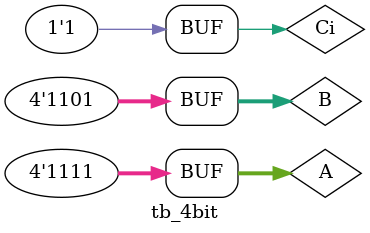
<source format=v>
module tb_4bit();
reg [3:0]A;
reg [3:0]B;
reg Ci;
wire Co; 
wire [3:0] S;
full_adder_4bit M(A,B,Ci,S,Co);
initial begin
#10 A = 4'b0011;B=4'b0011;Ci = 1'b0; 
#10 A = 4'b1011;B=4'b0111;Ci = 1'b0; 
#10 A = 4'b1111;B=4'b1101;Ci = 1'b1; 
end
endmodule
</source>
